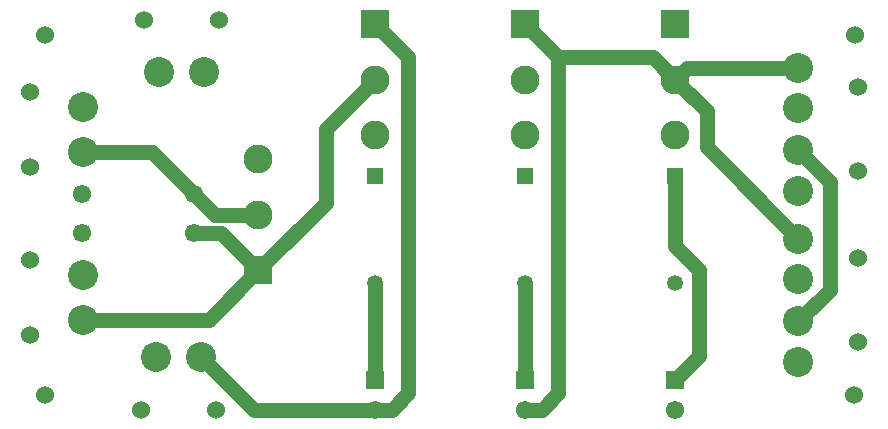
<source format=gtl>
G04*
G04 #@! TF.GenerationSoftware,Altium Limited,Altium Designer,21.2.2 (38)*
G04*
G04 Layer_Physical_Order=1*
G04 Layer_Color=255*
%FSLAX24Y24*%
%MOIN*%
G70*
G04*
G04 #@! TF.SameCoordinates,143DD886-8BEB-4202-99AC-BBB6EA89E434*
G04*
G04*
G04 #@! TF.FilePolarity,Positive*
G04*
G01*
G75*
%ADD21C,0.0500*%
%ADD22C,0.0965*%
%ADD23R,0.0965X0.0965*%
%ADD24C,0.1000*%
%ADD25C,0.0600*%
%ADD26R,0.0531X0.0531*%
%ADD27C,0.0531*%
%ADD28C,0.0610*%
%ADD29R,0.0610X0.0610*%
D21*
X26600Y9650D02*
X27650Y8600D01*
X26600Y3950D02*
X27650Y5000D01*
Y8600D01*
X23550Y9750D02*
Y10950D01*
Y9750D02*
X26600Y6700D01*
X22500Y12000D02*
X23550Y10950D01*
X22900Y12400D02*
X26600D01*
X22500Y12000D02*
X22900Y12400D01*
X18600Y12750D02*
X21750D01*
X22500Y12000D01*
X17500Y1000D02*
X18050D01*
X18600Y1550D01*
Y12750D01*
X17500Y13850D02*
X18600Y12750D01*
X23300Y2800D02*
Y5660D01*
X22500Y2000D02*
X23300Y2800D01*
X22500Y6460D02*
X23300Y5660D01*
X22500Y6460D02*
Y8772D01*
X17500Y2000D02*
Y5228D01*
X12500Y2000D02*
Y5228D01*
X8450Y1000D02*
X12500D01*
X6700Y2750D02*
X8450Y1000D01*
X13050D02*
X13600Y1550D01*
X12500Y13850D02*
X13600Y12750D01*
Y1550D02*
Y12750D01*
X12500Y1000D02*
X13050D01*
X8600Y5650D02*
X10850Y7900D01*
Y10350D01*
X12500Y12000D01*
X6478Y6900D02*
X7350D01*
X8600Y5650D01*
X6950Y4000D02*
X8600Y5650D01*
X2750Y4000D02*
X6950D01*
X7178Y7500D02*
X8600D01*
X6478Y8200D02*
X7178Y7500D01*
X5078Y9600D02*
X6478Y8200D01*
X2750Y9600D02*
X5078D01*
D22*
X8600Y9350D02*
D03*
Y7500D02*
D03*
X22500Y10150D02*
D03*
Y12000D02*
D03*
X12500Y10150D02*
D03*
Y12000D02*
D03*
X17500Y10150D02*
D03*
Y12000D02*
D03*
D23*
X8600Y5650D02*
D03*
X22500Y13850D02*
D03*
X12500D02*
D03*
X17500D02*
D03*
D24*
X26600Y6700D02*
D03*
Y5350D02*
D03*
Y3950D02*
D03*
Y2600D02*
D03*
X5300Y12250D02*
D03*
X6800D02*
D03*
X2750Y9600D02*
D03*
Y11100D02*
D03*
X6700Y2750D02*
D03*
X5200D02*
D03*
X26600Y8300D02*
D03*
Y9650D02*
D03*
Y11050D02*
D03*
Y12400D02*
D03*
X2750Y5500D02*
D03*
Y4000D02*
D03*
D25*
X28600Y6050D02*
D03*
Y3250D02*
D03*
X4800Y14000D02*
D03*
X7300D02*
D03*
X1000Y9100D02*
D03*
Y11600D02*
D03*
X7200Y1000D02*
D03*
X4700D02*
D03*
X1500Y1500D02*
D03*
Y13500D02*
D03*
X28500D02*
D03*
X28450Y1500D02*
D03*
X28600Y8950D02*
D03*
Y11750D02*
D03*
X1000Y6000D02*
D03*
Y3500D02*
D03*
D26*
X22500Y8772D02*
D03*
X12500D02*
D03*
X17500D02*
D03*
D27*
X22500Y5228D02*
D03*
X12500D02*
D03*
X17500D02*
D03*
D28*
X6478Y6900D02*
D03*
X2722D02*
D03*
X6478Y8200D02*
D03*
X2722D02*
D03*
X22500Y1000D02*
D03*
X12500D02*
D03*
X17500D02*
D03*
D29*
X22500Y2000D02*
D03*
X12500D02*
D03*
X17500D02*
D03*
M02*

</source>
